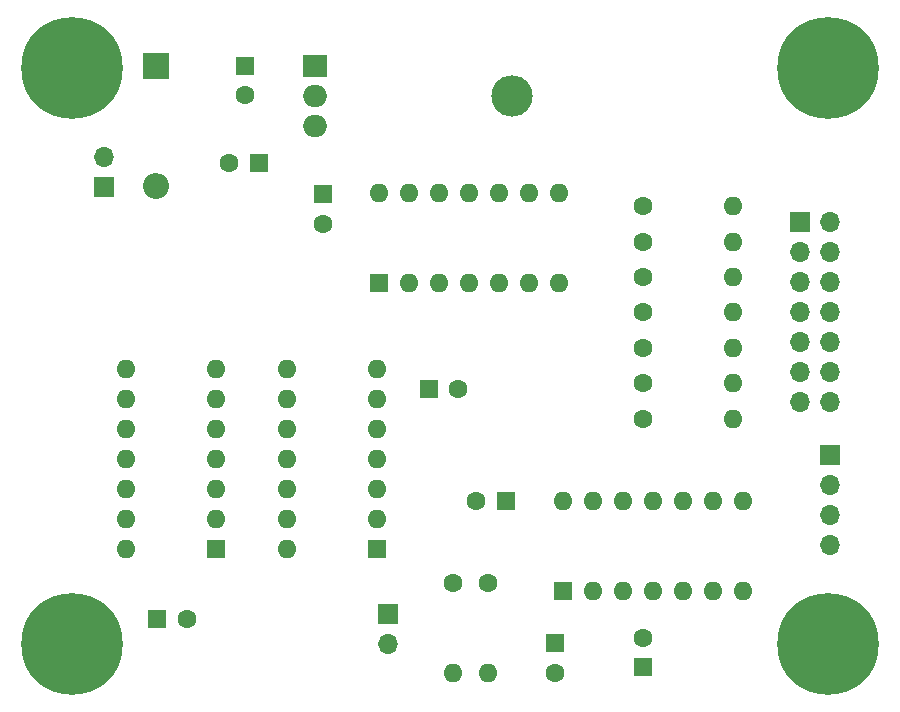
<source format=gbr>
%TF.GenerationSoftware,KiCad,Pcbnew,8.0.3*%
%TF.CreationDate,2024-10-06T22:02:56-03:00*%
%TF.ProjectId,digital_dice,64696769-7461-46c5-9f64-6963652e6b69,rev?*%
%TF.SameCoordinates,Original*%
%TF.FileFunction,Soldermask,Top*%
%TF.FilePolarity,Negative*%
%FSLAX46Y46*%
G04 Gerber Fmt 4.6, Leading zero omitted, Abs format (unit mm)*
G04 Created by KiCad (PCBNEW 8.0.3) date 2024-10-06 22:02:56*
%MOMM*%
%LPD*%
G01*
G04 APERTURE LIST*
%ADD10R,1.600000X1.600000*%
%ADD11C,1.600000*%
%ADD12O,1.600000X1.600000*%
%ADD13C,0.900000*%
%ADD14C,8.600000*%
%ADD15R,1.700000X1.700000*%
%ADD16O,1.700000X1.700000*%
%ADD17R,2.200000X2.200000*%
%ADD18O,2.200000X2.200000*%
%ADD19O,3.500000X3.500000*%
%ADD20R,2.000000X1.905000*%
%ADD21O,2.000000X1.905000*%
G04 APERTURE END LIST*
D10*
%TO.C,C5*%
X143200000Y-113900000D03*
D11*
X143200000Y-116400000D03*
%TD*%
D10*
%TO.C,C8*%
X152200000Y-130400000D03*
D11*
X154700000Y-130400000D03*
%TD*%
%TO.C,R9*%
X170315000Y-132900000D03*
D12*
X177935000Y-132900000D03*
%TD*%
D10*
%TO.C,C4*%
X129200000Y-149900000D03*
D11*
X131700000Y-149900000D03*
%TD*%
D10*
%TO.C,U4*%
X148000000Y-121400000D03*
D12*
X150540000Y-121400000D03*
X153080000Y-121400000D03*
X155620000Y-121400000D03*
X158160000Y-121400000D03*
X160700000Y-121400000D03*
X163240000Y-121400000D03*
X163240000Y-113780000D03*
X160700000Y-113780000D03*
X158160000Y-113780000D03*
X155620000Y-113780000D03*
X153080000Y-113780000D03*
X150540000Y-113780000D03*
X148000000Y-113780000D03*
%TD*%
D11*
%TO.C,R4*%
X170315000Y-117900000D03*
D12*
X177935000Y-117900000D03*
%TD*%
D10*
%TO.C,C1*%
X136594887Y-103029887D03*
D11*
X136594887Y-105529887D03*
%TD*%
D10*
%TO.C,U2*%
X163540000Y-147480000D03*
D12*
X166080000Y-147480000D03*
X168620000Y-147480000D03*
X171160000Y-147480000D03*
X173700000Y-147480000D03*
X176240000Y-147480000D03*
X178780000Y-147480000D03*
X178780000Y-139860000D03*
X176240000Y-139860000D03*
X173700000Y-139860000D03*
X171160000Y-139860000D03*
X168620000Y-139860000D03*
X166080000Y-139860000D03*
X163540000Y-139860000D03*
%TD*%
D13*
%TO.C,H4*%
X182775000Y-152000000D03*
X183719581Y-149719581D03*
X183719581Y-154280419D03*
X186000000Y-148775000D03*
D14*
X186000000Y-152000000D03*
D13*
X186000000Y-155225000D03*
X188280419Y-149719581D03*
X188280419Y-154280419D03*
X189225000Y-152000000D03*
%TD*%
D15*
%TO.C,SW1*%
X148700000Y-149400000D03*
D16*
X148700000Y-151940000D03*
%TD*%
D10*
%TO.C,U5*%
X147820000Y-143900000D03*
D12*
X147820000Y-141360000D03*
X147820000Y-138820000D03*
X147820000Y-136280000D03*
X147820000Y-133740000D03*
X147820000Y-131200000D03*
X147820000Y-128660000D03*
X140200000Y-128660000D03*
X140200000Y-131200000D03*
X140200000Y-133740000D03*
X140200000Y-136280000D03*
X140200000Y-138820000D03*
X140200000Y-141360000D03*
X140200000Y-143900000D03*
%TD*%
D15*
%TO.C,BATT1*%
X124700000Y-113275000D03*
D16*
X124700000Y-110735000D03*
%TD*%
D10*
%TO.C,U3*%
X134200000Y-143900000D03*
D12*
X134200000Y-141360000D03*
X134200000Y-138820000D03*
X134200000Y-136280000D03*
X134200000Y-133740000D03*
X134200000Y-131200000D03*
X134200000Y-128660000D03*
X126580000Y-128660000D03*
X126580000Y-131200000D03*
X126580000Y-133740000D03*
X126580000Y-136280000D03*
X126580000Y-138820000D03*
X126580000Y-141360000D03*
X126580000Y-143900000D03*
%TD*%
D13*
%TO.C,H2*%
X182775000Y-103200000D03*
X183719581Y-100919581D03*
X183719581Y-105480419D03*
X186000000Y-99975000D03*
D14*
X186000000Y-103200000D03*
D13*
X186000000Y-106425000D03*
X188280419Y-100919581D03*
X188280419Y-105480419D03*
X189225000Y-103200000D03*
%TD*%
D10*
%TO.C,C6*%
X162860000Y-151935000D03*
D11*
X162860000Y-154435000D03*
%TD*%
D10*
%TO.C,C2*%
X137800000Y-111294887D03*
D11*
X135300000Y-111294887D03*
%TD*%
%TO.C,R8*%
X170315000Y-129900000D03*
D12*
X177935000Y-129900000D03*
%TD*%
D15*
%TO.C,J1*%
X186200000Y-135980000D03*
D16*
X186200000Y-138520000D03*
X186200000Y-141060000D03*
X186200000Y-143600000D03*
%TD*%
D11*
%TO.C,R3*%
X170315000Y-114900000D03*
D12*
X177935000Y-114900000D03*
%TD*%
D10*
%TO.C,C7*%
X170360000Y-153935000D03*
D11*
X170360000Y-151435000D03*
%TD*%
%TO.C,R6*%
X170315000Y-123900000D03*
D12*
X177935000Y-123900000D03*
%TD*%
D15*
%TO.C,J2*%
X183660000Y-116280000D03*
D16*
X186200000Y-116280000D03*
X183660000Y-118820000D03*
X186200000Y-118820000D03*
X183660000Y-121360000D03*
X186200000Y-121360000D03*
X183660000Y-123900000D03*
X186200000Y-123900000D03*
X183660000Y-126440000D03*
X186200000Y-126440000D03*
X183660000Y-128980000D03*
X186200000Y-128980000D03*
X183660000Y-131520000D03*
X186200000Y-131520000D03*
%TD*%
D11*
%TO.C,R5*%
X170315000Y-120900000D03*
D12*
X177935000Y-120900000D03*
%TD*%
D11*
%TO.C,R2*%
X154200000Y-146780000D03*
D12*
X154200000Y-154400000D03*
%TD*%
D13*
%TO.C,H1*%
X118775000Y-103200000D03*
X119719581Y-100919581D03*
X119719581Y-105480419D03*
X122000000Y-99975000D03*
D14*
X122000000Y-103200000D03*
D13*
X122000000Y-106425000D03*
X124280419Y-100919581D03*
X124280419Y-105480419D03*
X125225000Y-103200000D03*
%TD*%
D10*
%TO.C,C3*%
X158700000Y-139900000D03*
D11*
X156200000Y-139900000D03*
%TD*%
%TO.C,R7*%
X170315000Y-126900000D03*
D12*
X177935000Y-126900000D03*
%TD*%
D17*
%TO.C,D1*%
X129094887Y-103029887D03*
D18*
X129094887Y-113189887D03*
%TD*%
D11*
%TO.C,R1*%
X157200000Y-146780000D03*
D12*
X157200000Y-154400000D03*
%TD*%
D19*
%TO.C,U1*%
X159254887Y-105569887D03*
D20*
X142594887Y-103029887D03*
D21*
X142594887Y-105569887D03*
X142594887Y-108109887D03*
%TD*%
D13*
%TO.C,H3*%
X118775000Y-152000000D03*
X119719581Y-149719581D03*
X119719581Y-154280419D03*
X122000000Y-148775000D03*
D14*
X122000000Y-152000000D03*
D13*
X122000000Y-155225000D03*
X124280419Y-149719581D03*
X124280419Y-154280419D03*
X125225000Y-152000000D03*
%TD*%
M02*

</source>
